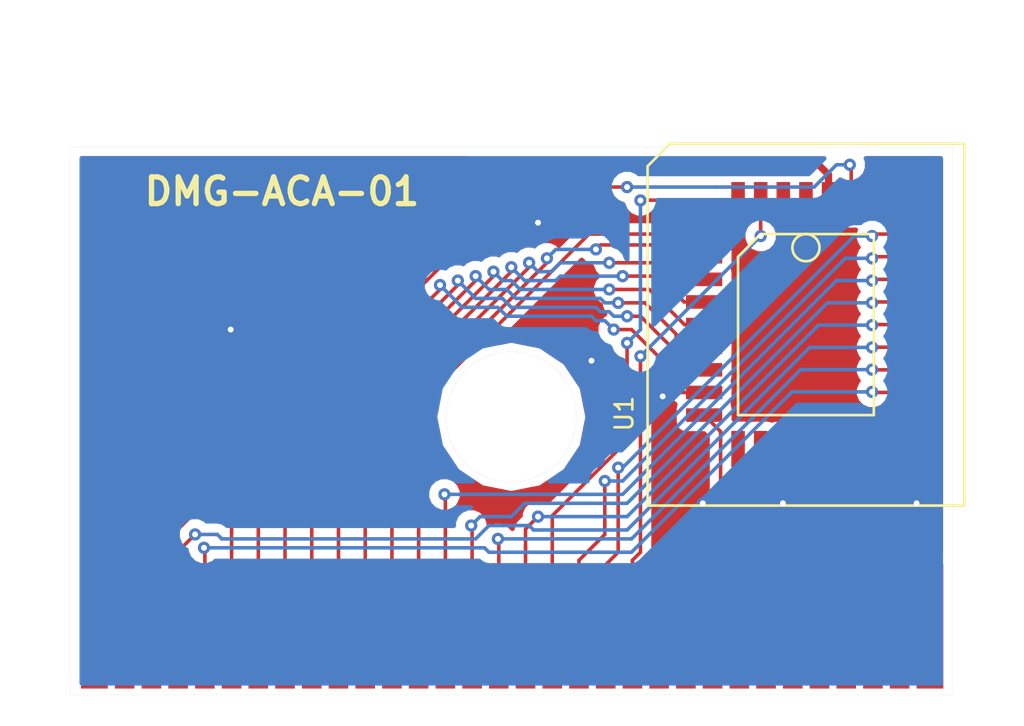
<source format=kicad_pcb>
(kicad_pcb (version 4) (host pcbnew 4.0.4+e1-6308~48~ubuntu16.04.1-stable)

  (general
    (links 30)
    (no_connects 0)
    (area 147.599999 122.75 205.500001 165.135)
    (thickness 0.8)
    (drawings 9)
    (tracks 293)
    (zones 0)
    (modules 2)
    (nets 35)
  )

  (page USLetter)
  (title_block
    (title "Basic Gameboy Flash Cartridge")
  )

  (layers
    (0 F.Cu signal)
    (31 B.Cu signal)
    (36 B.SilkS user)
    (37 F.SilkS user)
    (38 B.Mask user)
    (39 F.Mask user hide)
    (44 Edge.Cuts user)
  )

  (setup
    (last_trace_width 0.2)
    (user_trace_width 0.2)
    (user_trace_width 0.4)
    (trace_clearance 0.2)
    (zone_clearance 0.508)
    (zone_45_only no)
    (trace_min 0.1524)
    (segment_width 0.2)
    (edge_width 0.01)
    (via_size 0.6858)
    (via_drill 0.3302)
    (via_min_size 0.6858)
    (via_min_drill 0.3302)
    (uvia_size 0.762)
    (uvia_drill 0.508)
    (uvias_allowed no)
    (uvia_min_size 0)
    (uvia_min_drill 0)
    (pcb_text_width 0.3)
    (pcb_text_size 1.5 1.5)
    (mod_edge_width 0.15)
    (mod_text_size 1 1)
    (mod_text_width 0.15)
    (pad_size 1.524 1.524)
    (pad_drill 0.762)
    (pad_to_mask_clearance 0.2)
    (aux_axis_origin 0 0)
    (visible_elements FFFFFF7F)
    (pcbplotparams
      (layerselection 0x00030_80000001)
      (usegerberextensions false)
      (excludeedgelayer true)
      (linewidth 0.100000)
      (plotframeref false)
      (viasonmask false)
      (mode 1)
      (useauxorigin false)
      (hpglpennumber 1)
      (hpglpenspeed 20)
      (hpglpendiameter 15)
      (hpglpenoverlay 2)
      (psnegative false)
      (psa4output false)
      (plotreference true)
      (plotvalue true)
      (plotinvisibletext false)
      (padsonsilk false)
      (subtractmaskfromsilk false)
      (outputformat 1)
      (mirror false)
      (drillshape 1)
      (scaleselection 1)
      (outputdirectory ""))
  )

  (net 0 "")
  (net 1 "Net-(U1-Pad1)")
  (net 2 GND)
  (net 3 "Net-(P1-Pad21)")
  (net 4 "Net-(P1-Pad18)")
  (net 5 "Net-(P1-Pad13)")
  (net 6 "Net-(P1-Pad12)")
  (net 7 "Net-(P1-Pad11)")
  (net 8 "Net-(P1-Pad10)")
  (net 9 "Net-(P1-Pad9)")
  (net 10 "Net-(P1-Pad8)")
  (net 11 "Net-(P1-Pad7)")
  (net 12 "Net-(P1-Pad6)")
  (net 13 "Net-(P1-Pad22)")
  (net 14 "Net-(P1-Pad23)")
  (net 15 "Net-(P1-Pad24)")
  (net 16 "Net-(P1-Pad25)")
  (net 17 "Net-(P1-Pad26)")
  (net 18 "Net-(P1-Pad27)")
  (net 19 "Net-(P1-Pad28)")
  (net 20 "Net-(P1-Pad29)")
  (net 21 "Net-(P1-Pad5)")
  (net 22 "Net-(P1-Pad16)")
  (net 23 "Net-(P1-Pad4)")
  (net 24 "Net-(P1-Pad17)")
  (net 25 "Net-(P1-Pad15)")
  (net 26 "Net-(P1-Pad14)")
  (net 27 "Net-(P1-Pad19)")
  (net 28 "Net-(P1-Pad20)")
  (net 29 "Net-(U1-Pad30)")
  (net 30 "Net-(P1-Pad3)")
  (net 31 VCC)
  (net 32 "Net-(P1-Pad2)")
  (net 33 "Net-(P1-Pad30)")
  (net 34 "Net-(P1-Pad31)")

  (net_class Default "This is the default net class."
    (clearance 0.2)
    (trace_width 0.2)
    (via_dia 0.6858)
    (via_drill 0.3302)
    (uvia_dia 0.762)
    (uvia_drill 0.508)
    (add_net GND)
    (add_net "Net-(P1-Pad10)")
    (add_net "Net-(P1-Pad11)")
    (add_net "Net-(P1-Pad12)")
    (add_net "Net-(P1-Pad13)")
    (add_net "Net-(P1-Pad14)")
    (add_net "Net-(P1-Pad15)")
    (add_net "Net-(P1-Pad16)")
    (add_net "Net-(P1-Pad17)")
    (add_net "Net-(P1-Pad18)")
    (add_net "Net-(P1-Pad19)")
    (add_net "Net-(P1-Pad2)")
    (add_net "Net-(P1-Pad20)")
    (add_net "Net-(P1-Pad21)")
    (add_net "Net-(P1-Pad22)")
    (add_net "Net-(P1-Pad23)")
    (add_net "Net-(P1-Pad24)")
    (add_net "Net-(P1-Pad25)")
    (add_net "Net-(P1-Pad26)")
    (add_net "Net-(P1-Pad27)")
    (add_net "Net-(P1-Pad28)")
    (add_net "Net-(P1-Pad29)")
    (add_net "Net-(P1-Pad3)")
    (add_net "Net-(P1-Pad30)")
    (add_net "Net-(P1-Pad31)")
    (add_net "Net-(P1-Pad4)")
    (add_net "Net-(P1-Pad5)")
    (add_net "Net-(P1-Pad6)")
    (add_net "Net-(P1-Pad7)")
    (add_net "Net-(P1-Pad8)")
    (add_net "Net-(P1-Pad9)")
    (add_net "Net-(U1-Pad1)")
    (add_net "Net-(U1-Pad30)")
    (add_net VCC)
  )

  (module SMD_Packages:PLCC-32 (layer F.Cu) (tedit 583CF8D4) (tstamp 583CC09B)
    (at 193.04 140.97)
    (descr "Support CMS Plcc 32 pins")
    (tags "CMS Plcc")
    (path /583CAA1B)
    (attr smd)
    (fp_text reference U1 (at -10.2 5 90) (layer F.SilkS)
      (effects (font (size 1 1) (thickness 0.15)))
    )
    (fp_text value SST39SF010 (at 10.3 -5.75 90) (layer F.Fab)
      (effects (font (size 1 1) (thickness 0.15)))
    )
    (fp_circle (center 0 -4.318) (end 0 -5.08) (layer F.SilkS) (width 0.15))
    (fp_line (start 3.81 -5.08) (end -2.54 -5.08) (layer F.SilkS) (width 0.15))
    (fp_line (start -2.54 -5.08) (end -3.81 -3.81) (layer F.SilkS) (width 0.15))
    (fp_line (start -3.81 -3.81) (end -3.81 5.08) (layer F.SilkS) (width 0.15))
    (fp_line (start -3.81 5.08) (end 3.81 5.08) (layer F.SilkS) (width 0.15))
    (fp_line (start 3.81 5.08) (end 3.81 -5.08) (layer F.SilkS) (width 0.15))
    (fp_line (start 8.89 -6.985) (end 8.89 10.16) (layer F.SilkS) (width 0.15))
    (fp_line (start 8.89 10.16) (end -8.89 10.16) (layer F.SilkS) (width 0.15))
    (fp_line (start -8.89 10.16) (end -8.89 -8.89) (layer F.SilkS) (width 0.15))
    (fp_line (start -8.89 -8.89) (end -7.62 -10.16) (layer F.SilkS) (width 0.15))
    (fp_line (start -7.62 -10.16) (end 8.89 -10.16) (layer F.SilkS) (width 0.15))
    (fp_line (start 8.89 -10.16) (end 8.89 -6.985) (layer F.SilkS) (width 0.15))
    (pad 1 smd rect (at 0 -6.985) (size 0.762 2.032) (layers F.Cu F.Mask)
      (net 1 "Net-(U1-Pad1)"))
    (pad 2 smd rect (at -1.27 -6.985) (size 0.762 2.032) (layers F.Cu F.Mask)
      (net 2 GND))
    (pad 3 smd rect (at -2.54 -6.985) (size 0.762 2.032) (layers F.Cu F.Mask)
      (net 3 "Net-(P1-Pad21)"))
    (pad 4 smd rect (at -3.81 -6.985) (size 0.762 2.032) (layers F.Cu F.Mask)
      (net 4 "Net-(P1-Pad18)"))
    (pad 5 smd rect (at -5.715 -5.08) (size 2.032 0.762) (layers F.Cu F.Mask)
      (net 5 "Net-(P1-Pad13)"))
    (pad 6 smd rect (at -5.715 -3.81) (size 2.032 0.762) (layers F.Cu F.Mask)
      (net 6 "Net-(P1-Pad12)"))
    (pad 7 smd rect (at -5.715 -2.54) (size 2.032 0.762) (layers F.Cu F.Mask)
      (net 7 "Net-(P1-Pad11)"))
    (pad 8 smd rect (at -5.715 -1.27) (size 2.032 0.762) (layers F.Cu F.Mask)
      (net 8 "Net-(P1-Pad10)"))
    (pad 9 smd rect (at -5.715 0) (size 2.032 0.762) (layers F.Cu F.Mask)
      (net 9 "Net-(P1-Pad9)"))
    (pad 10 smd rect (at -5.715 1.27) (size 2.032 0.762) (layers F.Cu F.Mask)
      (net 10 "Net-(P1-Pad8)"))
    (pad 11 smd rect (at -5.715 2.54) (size 2.032 0.762) (layers F.Cu F.Mask)
      (net 11 "Net-(P1-Pad7)"))
    (pad 12 smd rect (at -5.715 3.81) (size 2.032 0.762) (layers F.Cu F.Mask)
      (net 12 "Net-(P1-Pad6)"))
    (pad 13 smd rect (at -5.715 5.08) (size 2.032 0.762) (layers F.Cu F.Mask)
      (net 13 "Net-(P1-Pad22)"))
    (pad 14 smd rect (at -3.81 6.985) (size 0.762 2.032) (layers F.Cu F.Mask)
      (net 14 "Net-(P1-Pad23)"))
    (pad 15 smd rect (at -2.54 6.985) (size 0.762 2.032) (layers F.Cu F.Mask)
      (net 15 "Net-(P1-Pad24)"))
    (pad 16 smd rect (at -1.27 6.985) (size 0.762 2.032) (layers F.Cu F.Mask)
      (net 2 GND))
    (pad 17 smd rect (at 0 6.985) (size 0.762 2.032) (layers F.Cu F.Mask)
      (net 16 "Net-(P1-Pad25)"))
    (pad 18 smd rect (at 1.27 6.985) (size 0.762 2.032) (layers F.Cu F.Mask)
      (net 17 "Net-(P1-Pad26)"))
    (pad 19 smd rect (at 2.54 6.985) (size 0.762 2.032) (layers F.Cu F.Mask)
      (net 18 "Net-(P1-Pad27)"))
    (pad 20 smd rect (at 3.81 6.985) (size 0.762 2.032) (layers F.Cu F.Mask)
      (net 19 "Net-(P1-Pad28)"))
    (pad 21 smd rect (at 5.715 5.08) (size 2.032 0.762) (layers F.Cu F.Mask)
      (net 20 "Net-(P1-Pad29)"))
    (pad 22 smd rect (at 5.715 3.81) (size 2.032 0.762) (layers F.Cu F.Mask)
      (net 21 "Net-(P1-Pad5)"))
    (pad 23 smd rect (at 5.715 2.54) (size 2.032 0.762) (layers F.Cu F.Mask)
      (net 22 "Net-(P1-Pad16)"))
    (pad 24 smd rect (at 5.715 1.27) (size 2.032 0.762) (layers F.Cu F.Mask)
      (net 23 "Net-(P1-Pad4)"))
    (pad 25 smd rect (at 5.715 0) (size 2.032 0.762) (layers F.Cu F.Mask)
      (net 24 "Net-(P1-Pad17)"))
    (pad 26 smd rect (at 5.715 -1.27) (size 2.032 0.762) (layers F.Cu F.Mask)
      (net 25 "Net-(P1-Pad15)"))
    (pad 27 smd rect (at 5.715 -2.54) (size 2.032 0.762) (layers F.Cu F.Mask)
      (net 26 "Net-(P1-Pad14)"))
    (pad 28 smd rect (at 5.715 -3.81) (size 2.032 0.762) (layers F.Cu F.Mask)
      (net 27 "Net-(P1-Pad19)"))
    (pad 29 smd rect (at 5.715 -5.08) (size 2.032 0.762) (layers F.Cu F.Mask)
      (net 28 "Net-(P1-Pad20)"))
    (pad 30 smd rect (at 3.81 -6.985) (size 0.762 2.032) (layers F.Cu F.Mask)
      (net 29 "Net-(U1-Pad30)"))
    (pad 31 smd rect (at 2.54 -6.985) (size 0.762 2.032) (layers F.Cu F.Mask)
      (net 30 "Net-(P1-Pad3)"))
    (pad 32 smd rect (at 1.27 -6.985) (size 0.762 2.032) (layers F.Cu F.Mask)
      (net 31 VCC))
  )

  (module edge_connectors:GamePak_32 (layer F.Cu) (tedit 583DE7F5) (tstamp 583CD179)
    (at 176.55 157.9)
    (path /583CAB62)
    (fp_text reference P1 (at 0 -4.65) (layer F.SilkS) hide
      (effects (font (size 1.2 1.2) (thickness 0.15)))
    )
    (fp_text value CONN_01X32 (at 0 6) (layer F.Fab) hide
      (effects (font (size 1.2 1.2) (thickness 0.15)))
    )
    (fp_line (start -25 0.5) (end 25 0.5) (layer F.Mask) (width 7.5))
    (pad 1 connect rect (at -23.45 0) (size 1.5 7) (layers F.Cu)
      (net 31 VCC))
    (pad 2 connect rect (at -21.75 0) (size 1.1 7) (layers F.Cu)
      (net 32 "Net-(P1-Pad2)"))
    (pad 3 connect rect (at -20.25 0) (size 1.1 7) (layers F.Cu)
      (net 30 "Net-(P1-Pad3)"))
    (pad 4 connect rect (at -18.75 0) (size 1.1 7) (layers F.Cu)
      (net 23 "Net-(P1-Pad4)"))
    (pad 5 connect rect (at -17.25 0) (size 1.1 7) (layers F.Cu)
      (net 21 "Net-(P1-Pad5)"))
    (pad 6 connect rect (at -15.75 0) (size 1.1 7) (layers F.Cu)
      (net 12 "Net-(P1-Pad6)"))
    (pad 7 connect rect (at -14.25 0) (size 1.1 7) (layers F.Cu)
      (net 11 "Net-(P1-Pad7)"))
    (pad 8 connect rect (at -12.75 0) (size 1.1 7) (layers F.Cu)
      (net 10 "Net-(P1-Pad8)"))
    (pad 9 connect rect (at -11.25 0) (size 1.1 7) (layers F.Cu)
      (net 9 "Net-(P1-Pad9)"))
    (pad 10 connect rect (at -9.75 0) (size 1.1 7) (layers F.Cu)
      (net 8 "Net-(P1-Pad10)"))
    (pad 11 connect rect (at -8.25 0) (size 1.1 7) (layers F.Cu)
      (net 7 "Net-(P1-Pad11)"))
    (pad 12 connect rect (at -6.75 0) (size 1.1 7) (layers F.Cu)
      (net 6 "Net-(P1-Pad12)"))
    (pad 13 connect rect (at -5.25 0) (size 1.1 7) (layers F.Cu)
      (net 5 "Net-(P1-Pad13)"))
    (pad 14 connect rect (at -3.75 0) (size 1.1 7) (layers F.Cu)
      (net 26 "Net-(P1-Pad14)"))
    (pad 15 connect rect (at -2.25 0) (size 1.1 7) (layers F.Cu)
      (net 25 "Net-(P1-Pad15)"))
    (pad 16 connect rect (at -0.75 0) (size 1.1 7) (layers F.Cu)
      (net 22 "Net-(P1-Pad16)"))
    (pad 17 connect rect (at 0.75 0) (size 1.1 7) (layers F.Cu)
      (net 24 "Net-(P1-Pad17)"))
    (pad 18 connect rect (at 2.25 0) (size 1.1 7) (layers F.Cu)
      (net 4 "Net-(P1-Pad18)"))
    (pad 19 connect rect (at 3.75 0) (size 1.1 7) (layers F.Cu)
      (net 27 "Net-(P1-Pad19)"))
    (pad 20 connect rect (at 5.25 0) (size 1.1 7) (layers F.Cu)
      (net 28 "Net-(P1-Pad20)"))
    (pad 21 connect rect (at 6.75 0) (size 1.1 7) (layers F.Cu)
      (net 3 "Net-(P1-Pad21)"))
    (pad 22 connect rect (at 8.25 0) (size 1.1 7) (layers F.Cu)
      (net 13 "Net-(P1-Pad22)"))
    (pad 23 connect rect (at 9.75 0) (size 1.1 7) (layers F.Cu)
      (net 14 "Net-(P1-Pad23)"))
    (pad 24 connect rect (at 11.25 0) (size 1.1 7) (layers F.Cu)
      (net 15 "Net-(P1-Pad24)"))
    (pad 25 connect rect (at 12.75 0) (size 1.1 7) (layers F.Cu)
      (net 16 "Net-(P1-Pad25)"))
    (pad 26 connect rect (at 14.25 0) (size 1.1 7) (layers F.Cu)
      (net 17 "Net-(P1-Pad26)"))
    (pad 27 connect rect (at 15.75 0) (size 1.1 7) (layers F.Cu)
      (net 18 "Net-(P1-Pad27)"))
    (pad 28 connect rect (at 17.25 0) (size 1.1 7) (layers F.Cu)
      (net 19 "Net-(P1-Pad28)"))
    (pad 29 connect rect (at 18.75 0) (size 1.1 7) (layers F.Cu)
      (net 20 "Net-(P1-Pad29)"))
    (pad 30 connect rect (at 20.25 0) (size 1.1 7) (layers F.Cu)
      (net 33 "Net-(P1-Pad30)"))
    (pad 31 connect rect (at 21.75 0) (size 1.1 7) (layers F.Cu)
      (net 34 "Net-(P1-Pad31)"))
    (pad 32 connect rect (at 23.45 0) (size 1.5 7) (layers F.Cu)
      (net 2 GND))
  )

  (gr_text DMG-ACA-01 (at 155.75 133.5) (layer F.SilkS)
    (effects (font (size 1.5 1.5) (thickness 0.3)) (justify left))
  )
  (gr_circle (center 176.5 146.15) (end 180.15 146.15) (layer Edge.Cuts) (width 0.01))
  (gr_line (start 151.75 153) (end 151.75 131) (angle 90) (layer Edge.Cuts) (width 0.01))
  (gr_line (start 151.75 161.75) (end 151.75 153) (angle 90) (layer Edge.Cuts) (width 0.01))
  (gr_line (start 201.25 161.75) (end 151.75 161.75) (angle 90) (layer Edge.Cuts) (width 0.01))
  (gr_line (start 201.25 153) (end 201.25 161.75) (angle 90) (layer Edge.Cuts) (width 0.01))
  (gr_line (start 201.25 131) (end 201.25 153) (angle 90) (layer Edge.Cuts) (width 0.01))
  (gr_line (start 197.5 131) (end 201.25 131) (angle 90) (layer Edge.Cuts) (width 0.01))
  (gr_line (start 151.75 131) (end 197.5 131) (angle 90) (layer Edge.Cuts) (width 0.01))

  (segment (start 160.75 141.25) (end 166.25 135.75) (width 0.2) (layer B.Cu) (net 2))
  (segment (start 180.75 143) (end 179 141.25) (width 0.2) (layer B.Cu) (net 2) (tstamp 583E03CC))
  (segment (start 179 141.25) (end 160.75 141.25) (width 0.2) (layer B.Cu) (net 2) (tstamp 583E03D3))
  (via (at 160.75 141.25) (size 0.6858) (drill 0.3302) (layers F.Cu B.Cu) (net 2))
  (segment (start 185 145) (end 182.75 145) (width 0.2) (layer B.Cu) (net 2))
  (segment (start 185 148.75) (end 185 145) (width 0.2) (layer F.Cu) (net 2) (tstamp 583E0384))
  (via (at 185 145) (size 0.6858) (drill 0.3302) (layers F.Cu B.Cu) (net 2))
  (segment (start 191.75 151) (end 187.25 151) (width 0.2) (layer B.Cu) (net 2))
  (via (at 187.25 151) (size 0.6858) (drill 0.3302) (layers F.Cu B.Cu) (net 2))
  (segment (start 187.25 151) (end 185 148.75) (width 0.2) (layer F.Cu) (net 2))
  (via (at 181 143) (size 0.6858) (drill 0.3302) (layers F.Cu B.Cu) (net 2))
  (segment (start 181 143.25) (end 181 143) (width 0.2) (layer B.Cu) (net 2) (tstamp 583E03B2))
  (segment (start 182.75 145) (end 181 143.25) (width 0.2) (layer B.Cu) (net 2) (tstamp 583E03B0))
  (segment (start 181 143) (end 180.75 143) (width 0.2) (layer B.Cu) (net 2))
  (via (at 178 135.25) (size 0.6858) (drill 0.3302) (layers F.Cu B.Cu) (net 2))
  (segment (start 177.5 135.75) (end 178 135.25) (width 0.2) (layer B.Cu) (net 2) (tstamp 583E0406))
  (segment (start 166.25 135.75) (end 177.5 135.75) (width 0.2) (layer B.Cu) (net 2) (tstamp 583E0401))
  (segment (start 200 157.9) (end 200 151.75) (width 0.2) (layer F.Cu) (net 2))
  (segment (start 191.77 150.98) (end 191.77 133.985) (width 0.2) (layer F.Cu) (net 2) (tstamp 583E016B))
  (segment (start 191.75 151) (end 191.77 150.98) (width 0.2) (layer F.Cu) (net 2) (tstamp 583E016A))
  (via (at 191.75 151) (size 0.6858) (drill 0.3302) (layers F.Cu B.Cu) (net 2))
  (segment (start 199.25 151) (end 191.75 151) (width 0.2) (layer B.Cu) (net 2) (tstamp 583E015F))
  (via (at 199.25 151) (size 0.6858) (drill 0.3302) (layers F.Cu B.Cu) (net 2))
  (segment (start 200 151.75) (end 199.25 151) (width 0.2) (layer F.Cu) (net 2) (tstamp 583E0156))
  (segment (start 183.3 157.9) (end 183.3 154.2) (width 0.2) (layer F.Cu) (net 3))
  (segment (start 190.5 136) (end 190.5 133.985) (width 0.2) (layer F.Cu) (net 3) (tstamp 583DFD04))
  (via (at 190.5 136) (size 0.6858) (drill 0.3302) (layers F.Cu B.Cu) (net 3))
  (segment (start 183.75 142.75) (end 190.5 136) (width 0.2) (layer B.Cu) (net 3) (tstamp 583DFCF7))
  (via (at 183.75 142.75) (size 0.6858) (drill 0.3302) (layers F.Cu B.Cu) (net 3))
  (segment (start 183.75 153.75) (end 183.75 142.75) (width 0.2) (layer F.Cu) (net 3) (tstamp 583DFCF0))
  (segment (start 183.3 154.2) (end 183.75 153.75) (width 0.2) (layer F.Cu) (net 3) (tstamp 583DFCE7))
  (segment (start 178.8 157.9) (end 178.8 151.7) (width 0.2) (layer F.Cu) (net 4))
  (segment (start 183.765 133.985) (end 189.23 133.985) (width 0.2) (layer F.Cu) (net 4) (tstamp 583DFCDC))
  (segment (start 183.75 134) (end 183.765 133.985) (width 0.2) (layer F.Cu) (net 4) (tstamp 583DFCDB))
  (via (at 183.75 134) (size 0.6858) (drill 0.3302) (layers F.Cu B.Cu) (net 4))
  (segment (start 183.75 141.25) (end 183.75 134) (width 0.2) (layer B.Cu) (net 4) (tstamp 583DFCC5))
  (segment (start 183 142) (end 183.75 141.25) (width 0.2) (layer B.Cu) (net 4) (tstamp 583DFCC4))
  (via (at 183 142) (size 0.6858) (drill 0.3302) (layers F.Cu B.Cu) (net 4))
  (segment (start 183 147.5) (end 183 142) (width 0.2) (layer F.Cu) (net 4) (tstamp 583DFCBB))
  (segment (start 178.8 151.7) (end 183 147.5) (width 0.2) (layer F.Cu) (net 4) (tstamp 583DFCAE))
  (segment (start 171.3 157.9) (end 171.3 145.45) (width 0.2) (layer F.Cu) (net 5))
  (segment (start 180.86 135.89) (end 187.325 135.89) (width 0.2) (layer F.Cu) (net 5) (tstamp 583DF92A))
  (segment (start 171.3 145.45) (end 180.86 135.89) (width 0.2) (layer F.Cu) (net 5) (tstamp 583DF91C))
  (segment (start 187.205 135.77) (end 187.325 135.89) (width 0.2) (layer F.Cu) (net 5) (tstamp 583CD98F) (status 30))
  (segment (start 169.8 157.9) (end 169.8 146.2) (width 0.2) (layer F.Cu) (net 6))
  (segment (start 186.16 137.16) (end 187.325 137.16) (width 0.2) (layer F.Cu) (net 6) (tstamp 583DF985))
  (segment (start 185.5 136.5) (end 186.16 137.16) (width 0.2) (layer F.Cu) (net 6) (tstamp 583DF97C))
  (segment (start 181.5 136.5) (end 185.5 136.5) (width 0.2) (layer F.Cu) (net 6) (tstamp 583DF974))
  (segment (start 181.25 136.75) (end 181.5 136.5) (width 0.2) (layer F.Cu) (net 6) (tstamp 583DF973))
  (via (at 181.25 136.75) (size 0.6858) (drill 0.3302) (layers F.Cu B.Cu) (net 6))
  (segment (start 179 136.75) (end 181.25 136.75) (width 0.2) (layer B.Cu) (net 6) (tstamp 583DF95E))
  (segment (start 178.5 137.25) (end 179 136.75) (width 0.2) (layer B.Cu) (net 6) (tstamp 583DF95D))
  (via (at 178.5 137.25) (size 0.6858) (drill 0.3302) (layers F.Cu B.Cu) (net 6))
  (segment (start 178.5 137.5) (end 178.5 137.25) (width 0.2) (layer F.Cu) (net 6) (tstamp 583DF958))
  (segment (start 169.8 146.2) (end 178.5 137.5) (width 0.2) (layer F.Cu) (net 6) (tstamp 583DF933))
  (segment (start 187.325 138.43) (end 186.18 138.43) (width 0.2) (layer F.Cu) (net 7))
  (segment (start 168.3 146.95) (end 177.5 137.75) (width 0.2) (layer F.Cu) (net 7) (tstamp 583DF98F))
  (segment (start 177.5 137.75) (end 177.5 137.5) (width 0.2) (layer F.Cu) (net 7) (tstamp 583DF9B1))
  (via (at 177.5 137.5) (size 0.6858) (drill 0.3302) (layers F.Cu B.Cu) (net 7))
  (segment (start 177.5 137.5) (end 178 138) (width 0.2) (layer B.Cu) (net 7) (tstamp 583DF9B9))
  (segment (start 178 138) (end 178.75 138) (width 0.2) (layer B.Cu) (net 7) (tstamp 583DF9BA))
  (segment (start 178.75 138) (end 179.25 137.5) (width 0.2) (layer B.Cu) (net 7) (tstamp 583DF9C0))
  (segment (start 179.25 137.5) (end 182 137.5) (width 0.2) (layer B.Cu) (net 7) (tstamp 583DF9C6))
  (via (at 182 137.5) (size 0.6858) (drill 0.3302) (layers F.Cu B.Cu) (net 7))
  (segment (start 182 137.5) (end 185.25 137.5) (width 0.2) (layer F.Cu) (net 7) (tstamp 583DF9D1))
  (segment (start 185.25 137.5) (end 186.18 138.43) (width 0.2) (layer F.Cu) (net 7) (tstamp 583DF9D2))
  (segment (start 168.3 146.95) (end 168.3 157.9) (width 0.2) (layer F.Cu) (net 7))
  (segment (start 186.43 138.43) (end 187.325 138.43) (width 0.2) (layer F.Cu) (net 7) (tstamp 583DF9D7))
  (segment (start 166.8 157.9) (end 166.8 147.7) (width 0.2) (layer F.Cu) (net 8))
  (segment (start 184.75 138.25) (end 186.2 139.7) (width 0.2) (layer F.Cu) (net 8) (tstamp 583DFA1E))
  (segment (start 182.75 138.25) (end 184.75 138.25) (width 0.2) (layer F.Cu) (net 8) (tstamp 583DFA1D))
  (via (at 182.75 138.25) (size 0.6858) (drill 0.3302) (layers F.Cu B.Cu) (net 8))
  (segment (start 179.25 138.25) (end 182.75 138.25) (width 0.2) (layer B.Cu) (net 8) (tstamp 583DFA0D))
  (segment (start 179 138.5) (end 179.25 138.25) (width 0.2) (layer B.Cu) (net 8) (tstamp 583DFA0B))
  (segment (start 177.25 138.5) (end 179 138.5) (width 0.2) (layer B.Cu) (net 8) (tstamp 583DFA06))
  (segment (start 176.5 137.75) (end 177.25 138.5) (width 0.2) (layer B.Cu) (net 8) (tstamp 583DFA05))
  (via (at 176.5 137.75) (size 0.6858) (drill 0.3302) (layers F.Cu B.Cu) (net 8))
  (segment (start 176.5 138) (end 176.5 137.75) (width 0.2) (layer F.Cu) (net 8) (tstamp 583DFA01))
  (segment (start 166.8 147.7) (end 176.5 138) (width 0.2) (layer F.Cu) (net 8) (tstamp 583DF9F9))
  (segment (start 186.2 139.7) (end 187.325 139.7) (width 0.2) (layer F.Cu) (net 8) (tstamp 583DFA22))
  (segment (start 165.3 157.9) (end 165.3 148.45) (width 0.2) (layer F.Cu) (net 9))
  (segment (start 186.22 140.97) (end 187.325 140.97) (width 0.2) (layer F.Cu) (net 9) (tstamp 583DFA8A))
  (segment (start 184.25 139) (end 186.22 140.97) (width 0.2) (layer F.Cu) (net 9) (tstamp 583DFA84))
  (segment (start 182 139) (end 184.25 139) (width 0.2) (layer F.Cu) (net 9) (tstamp 583DFA7D))
  (segment (start 182 139) (end 182 139) (width 0.2) (layer F.Cu) (net 9) (tstamp 583DFA7C))
  (via (at 182 139) (size 0.6858) (drill 0.3302) (layers F.Cu B.Cu) (net 9))
  (segment (start 177 139) (end 182 139) (width 0.2) (layer B.Cu) (net 9) (tstamp 583DFA60))
  (segment (start 176.5 138.5) (end 177 139) (width 0.2) (layer B.Cu) (net 9) (tstamp 583DFA5D))
  (segment (start 176 138.5) (end 176.5 138.5) (width 0.2) (layer B.Cu) (net 9) (tstamp 583DFA59))
  (segment (start 175.5 138) (end 176 138.5) (width 0.2) (layer B.Cu) (net 9) (tstamp 583DFA58))
  (via (at 175.5 138) (size 0.6858) (drill 0.3302) (layers F.Cu B.Cu) (net 9))
  (segment (start 175.5 138.25) (end 175.5 138) (width 0.2) (layer F.Cu) (net 9) (tstamp 583DFA55))
  (segment (start 165.3 148.45) (end 175.5 138.25) (width 0.2) (layer F.Cu) (net 9) (tstamp 583DFA48))
  (segment (start 163.8 157.9) (end 163.8 149.2) (width 0.2) (layer F.Cu) (net 10))
  (segment (start 186.24 142.24) (end 187.325 142.24) (width 0.2) (layer F.Cu) (net 10) (tstamp 583DFAEA))
  (segment (start 185.75 141.75) (end 186.24 142.24) (width 0.2) (layer F.Cu) (net 10) (tstamp 583DFAE6))
  (segment (start 185.75 141.5) (end 185.75 141.75) (width 0.2) (layer F.Cu) (net 10) (tstamp 583DFAE1))
  (segment (start 184 139.75) (end 185.75 141.5) (width 0.2) (layer F.Cu) (net 10) (tstamp 583DFAD7))
  (segment (start 182.5 139.75) (end 184 139.75) (width 0.2) (layer F.Cu) (net 10) (tstamp 583DFAD6))
  (via (at 182.5 139.75) (size 0.6858) (drill 0.3302) (layers F.Cu B.Cu) (net 10))
  (segment (start 181.75 139.75) (end 182.5 139.75) (width 0.2) (layer B.Cu) (net 10) (tstamp 583DFAD1))
  (segment (start 181.5 139.5) (end 181.75 139.75) (width 0.2) (layer B.Cu) (net 10) (tstamp 583DFACD))
  (segment (start 176.75 139.5) (end 181.5 139.5) (width 0.2) (layer B.Cu) (net 10) (tstamp 583DFAC4))
  (segment (start 176.25 139) (end 176.75 139.5) (width 0.2) (layer B.Cu) (net 10) (tstamp 583DFAC2))
  (segment (start 175.25 139) (end 176.25 139) (width 0.2) (layer B.Cu) (net 10) (tstamp 583DFABF))
  (segment (start 174.5 138.25) (end 175.25 139) (width 0.2) (layer B.Cu) (net 10) (tstamp 583DFABE))
  (via (at 174.5 138.25) (size 0.6858) (drill 0.3302) (layers F.Cu B.Cu) (net 10))
  (segment (start 174.5 138.5) (end 174.5 138.25) (width 0.2) (layer F.Cu) (net 10) (tstamp 583DFABA))
  (segment (start 163.8 149.2) (end 174.5 138.5) (width 0.2) (layer F.Cu) (net 10) (tstamp 583DFAAF))
  (segment (start 187.325 142.24) (end 186.36 142.24) (width 0.2) (layer F.Cu) (net 10) (status 30))
  (segment (start 162.3 157.9) (end 162.3 149.95) (width 0.2) (layer F.Cu) (net 11))
  (segment (start 186.26 143.51) (end 187.325 143.51) (width 0.2) (layer F.Cu) (net 11) (tstamp 583DFB58))
  (segment (start 185.75 143) (end 186.26 143.51) (width 0.2) (layer F.Cu) (net 11) (tstamp 583DFB55))
  (segment (start 185.75 142.5) (end 185.75 143) (width 0.2) (layer F.Cu) (net 11) (tstamp 583DFB4C))
  (segment (start 183.75 140.5) (end 185.75 142.5) (width 0.2) (layer F.Cu) (net 11) (tstamp 583DFB47))
  (segment (start 183 140.5) (end 183.75 140.5) (width 0.2) (layer F.Cu) (net 11) (tstamp 583DFB46))
  (via (at 183 140.5) (size 0.6858) (drill 0.3302) (layers F.Cu B.Cu) (net 11))
  (segment (start 182.25 140.5) (end 183 140.5) (width 0.2) (layer B.Cu) (net 11) (tstamp 583DFB42))
  (segment (start 182 140.25) (end 182.25 140.5) (width 0.2) (layer B.Cu) (net 11) (tstamp 583DFB3F))
  (segment (start 181.5 140.25) (end 182 140.25) (width 0.2) (layer B.Cu) (net 11) (tstamp 583DFB38))
  (segment (start 181.25 140) (end 181.5 140.25) (width 0.2) (layer B.Cu) (net 11) (tstamp 583DFB36))
  (segment (start 176.5 140) (end 181.25 140) (width 0.2) (layer B.Cu) (net 11) (tstamp 583DFB2F))
  (segment (start 176 139.5) (end 176.5 140) (width 0.2) (layer B.Cu) (net 11) (tstamp 583DFB2E))
  (segment (start 174.5 139.5) (end 176 139.5) (width 0.2) (layer B.Cu) (net 11) (tstamp 583DFB26))
  (segment (start 173.5 138.5) (end 174.5 139.5) (width 0.2) (layer B.Cu) (net 11) (tstamp 583DFB25))
  (via (at 173.5 138.5) (size 0.6858) (drill 0.3302) (layers F.Cu B.Cu) (net 11))
  (segment (start 173.5 138.75) (end 173.5 138.5) (width 0.2) (layer F.Cu) (net 11) (tstamp 583DFB23))
  (segment (start 162.3 149.95) (end 173.5 138.75) (width 0.2) (layer F.Cu) (net 11) (tstamp 583DFB1C))
  (segment (start 187.285 143.47) (end 187.325 143.51) (width 0.2) (layer F.Cu) (net 11) (tstamp 583CDB17) (status 30))
  (segment (start 160.8 157.9) (end 160.8 150.7) (width 0.2) (layer F.Cu) (net 12))
  (segment (start 186.03 144.78) (end 187.325 144.78) (width 0.2) (layer F.Cu) (net 12) (tstamp 583DFB99))
  (segment (start 185.75 144.5) (end 186.03 144.78) (width 0.2) (layer F.Cu) (net 12) (tstamp 583DFB97))
  (segment (start 185.75 143.75) (end 185.75 144.5) (width 0.2) (layer F.Cu) (net 12) (tstamp 583DFB93))
  (segment (start 183.25 141.25) (end 185.75 143.75) (width 0.2) (layer F.Cu) (net 12) (tstamp 583DFB8C))
  (segment (start 182.25 141.25) (end 183.25 141.25) (width 0.2) (layer F.Cu) (net 12) (tstamp 583DFB8B))
  (via (at 182.25 141.25) (size 0.6858) (drill 0.3302) (layers F.Cu B.Cu) (net 12))
  (segment (start 181.75 140.75) (end 182.25 141.25) (width 0.2) (layer B.Cu) (net 12) (tstamp 583DFB81))
  (segment (start 181.25 140.75) (end 181.75 140.75) (width 0.2) (layer B.Cu) (net 12) (tstamp 583DFB7F))
  (segment (start 181 140.5) (end 181.25 140.75) (width 0.2) (layer B.Cu) (net 12) (tstamp 583DFB7E))
  (segment (start 176.25 140.5) (end 181 140.5) (width 0.2) (layer B.Cu) (net 12) (tstamp 583DFB7B))
  (segment (start 175.75 140) (end 176.25 140.5) (width 0.2) (layer B.Cu) (net 12) (tstamp 583DFB78))
  (segment (start 173.75 140) (end 175.75 140) (width 0.2) (layer B.Cu) (net 12) (tstamp 583DFB76))
  (segment (start 172.5 138.75) (end 173.75 140) (width 0.2) (layer B.Cu) (net 12) (tstamp 583DFB75))
  (via (at 172.5 138.75) (size 0.6858) (drill 0.3302) (layers F.Cu B.Cu) (net 12))
  (segment (start 172.5 139) (end 172.5 138.75) (width 0.2) (layer F.Cu) (net 12) (tstamp 583DFB71))
  (segment (start 160.8 150.7) (end 172.5 139) (width 0.2) (layer F.Cu) (net 12) (tstamp 583DFB6A))
  (segment (start 184.8 157.9) (end 184.8 154.7) (width 0.2) (layer F.Cu) (net 13))
  (segment (start 184.8 154.7) (end 188.25 151.25) (width 0.2) (layer F.Cu) (net 13) (tstamp 583DF7C7))
  (segment (start 188.25 151.25) (end 188.25 146.975) (width 0.2) (layer F.Cu) (net 13) (tstamp 583DF7CA))
  (segment (start 188.25 146.975) (end 187.325 146.05) (width 0.2) (layer F.Cu) (net 13) (tstamp 583DF7D2))
  (segment (start 186.3 157.9) (end 186.3 154.7) (width 0.2) (layer F.Cu) (net 14))
  (segment (start 186.3 154.7) (end 189.23 151.77) (width 0.2) (layer F.Cu) (net 14) (tstamp 583DF7BD))
  (segment (start 189.23 151.77) (end 189.23 147.955) (width 0.2) (layer F.Cu) (net 14) (tstamp 583DF7C1))
  (segment (start 187.8 157.9) (end 187.8 153.95) (width 0.2) (layer F.Cu) (net 15))
  (segment (start 190.5 149) (end 190.5 147.955) (width 0.2) (layer F.Cu) (net 15) (tstamp 583DF885))
  (segment (start 189.75 149.75) (end 190.5 149) (width 0.2) (layer F.Cu) (net 15) (tstamp 583DF87F))
  (segment (start 189.75 152) (end 189.75 149.75) (width 0.2) (layer F.Cu) (net 15) (tstamp 583DF87C))
  (segment (start 187.8 153.95) (end 189.75 152) (width 0.2) (layer F.Cu) (net 15) (tstamp 583DF879))
  (segment (start 187.8 157.9) (end 187.8 154.7) (width 0.2) (layer F.Cu) (net 15))
  (segment (start 189.3 157.9) (end 189.3 154.7) (width 0.2) (layer F.Cu) (net 16))
  (segment (start 189.3 154.7) (end 190.25 153.75) (width 0.2) (layer F.Cu) (net 16) (tstamp 583DF849))
  (segment (start 193.04 149.04) (end 193.04 147.955) (width 0.2) (layer F.Cu) (net 16) (tstamp 583DF86B))
  (segment (start 193.75 149.75) (end 193.04 149.04) (width 0.2) (layer F.Cu) (net 16) (tstamp 583DF85F))
  (segment (start 193.75 151) (end 193.75 149.75) (width 0.2) (layer F.Cu) (net 16) (tstamp 583DF859))
  (segment (start 191 153.75) (end 193.75 151) (width 0.2) (layer F.Cu) (net 16) (tstamp 583DF851))
  (segment (start 190.25 153.75) (end 191 153.75) (width 0.2) (layer F.Cu) (net 16) (tstamp 583DF84D))
  (segment (start 190.8 157.9) (end 190.8 154.7) (width 0.2) (layer F.Cu) (net 17))
  (segment (start 190.8 154.7) (end 194.31 151.19) (width 0.2) (layer F.Cu) (net 17) (tstamp 583DF79A))
  (segment (start 194.31 151.19) (end 194.31 147.955) (width 0.2) (layer F.Cu) (net 17) (tstamp 583DF79D))
  (segment (start 192.3 157.9) (end 192.3 154.7) (width 0.2) (layer F.Cu) (net 18))
  (segment (start 192.3 154.7) (end 195.58 151.42) (width 0.2) (layer F.Cu) (net 18) (tstamp 583DF790))
  (segment (start 195.58 151.42) (end 195.58 147.955) (width 0.2) (layer F.Cu) (net 18) (tstamp 583DF795))
  (segment (start 193.8 157.9) (end 193.8 154.7) (width 0.2) (layer F.Cu) (net 19))
  (segment (start 193.8 154.7) (end 196.85 151.65) (width 0.2) (layer F.Cu) (net 19) (tstamp 583DF781))
  (segment (start 196.85 151.65) (end 196.85 147.955) (width 0.2) (layer F.Cu) (net 19) (tstamp 583DF786))
  (segment (start 195.3 157.9) (end 195.3 153.95) (width 0.2) (layer F.Cu) (net 20))
  (segment (start 197.75 147.055) (end 198.755 146.05) (width 0.2) (layer F.Cu) (net 20) (tstamp 583DF81D))
  (segment (start 197.75 149.25) (end 197.75 147.055) (width 0.2) (layer F.Cu) (net 20) (tstamp 583DF818))
  (segment (start 197.5 149.5) (end 197.75 149.25) (width 0.2) (layer F.Cu) (net 20) (tstamp 583DF812))
  (segment (start 197.5 151.75) (end 197.5 149.5) (width 0.2) (layer F.Cu) (net 20) (tstamp 583DF7FC))
  (segment (start 197.25 152) (end 197.5 151.75) (width 0.2) (layer F.Cu) (net 20) (tstamp 583DF7F7))
  (segment (start 196.75 152.5) (end 197.25 152) (width 0.2) (layer F.Cu) (net 20) (tstamp 583DF7F6))
  (segment (start 195.3 153.95) (end 196.75 152.5) (width 0.2) (layer F.Cu) (net 20) (tstamp 583DF7EC))
  (segment (start 195.3 157.9) (end 195.3 154.7) (width 0.2) (layer F.Cu) (net 20))
  (segment (start 174.75 153.5) (end 175 153.5) (width 0.2) (layer B.Cu) (net 21))
  (segment (start 159.3 153.55) (end 159.25 153.5) (width 0.2) (layer F.Cu) (net 21) (tstamp 583DFE60))
  (via (at 159.25 153.5) (size 0.6858) (drill 0.3302) (layers F.Cu B.Cu) (net 21))
  (segment (start 159.25 153.5) (end 174.75 153.5) (width 0.2) (layer B.Cu) (net 21) (tstamp 583DFE64))
  (segment (start 159.3 157.9) (end 159.3 153.55) (width 0.2) (layer F.Cu) (net 21))
  (segment (start 196.78 144.78) (end 198.755 144.78) (width 0.2) (layer F.Cu) (net 21) (tstamp 583E0081))
  (segment (start 196.75 144.75) (end 196.78 144.78) (width 0.2) (layer F.Cu) (net 21) (tstamp 583E0080))
  (via (at 196.75 144.75) (size 0.6858) (drill 0.3302) (layers F.Cu B.Cu) (net 21))
  (segment (start 192.25 144.75) (end 196.75 144.75) (width 0.2) (layer B.Cu) (net 21) (tstamp 583E007C))
  (segment (start 183.25 153.75) (end 192.25 144.75) (width 0.2) (layer B.Cu) (net 21) (tstamp 583E0075))
  (segment (start 175.25 153.75) (end 183.25 153.75) (width 0.2) (layer B.Cu) (net 21) (tstamp 583E006F))
  (segment (start 175 153.5) (end 175.25 153.75) (width 0.2) (layer B.Cu) (net 21) (tstamp 583E006C))
  (segment (start 178.5 153) (end 183.25 153) (width 0.2) (layer B.Cu) (net 22))
  (segment (start 175.8 153.05) (end 175.75 153) (width 0.2) (layer F.Cu) (net 22) (tstamp 583DFE1F))
  (via (at 175.75 153) (size 0.6858) (drill 0.3302) (layers F.Cu B.Cu) (net 22))
  (segment (start 175.75 153) (end 178.5 153) (width 0.2) (layer B.Cu) (net 22) (tstamp 583DFE23))
  (segment (start 175.8 157.9) (end 175.8 153.05) (width 0.2) (layer F.Cu) (net 22))
  (segment (start 196.76 143.51) (end 198.755 143.51) (width 0.2) (layer F.Cu) (net 22) (tstamp 583E0066))
  (segment (start 196.75 143.5) (end 196.76 143.51) (width 0.2) (layer F.Cu) (net 22) (tstamp 583E0065))
  (via (at 196.75 143.5) (size 0.6858) (drill 0.3302) (layers F.Cu B.Cu) (net 22))
  (segment (start 192.75 143.5) (end 196.75 143.5) (width 0.2) (layer B.Cu) (net 22) (tstamp 583E0062))
  (segment (start 183.25 153) (end 192.75 143.5) (width 0.2) (layer B.Cu) (net 22) (tstamp 583E0059))
  (segment (start 176.75 152.25) (end 177.5 152.25) (width 0.2) (layer B.Cu) (net 23))
  (segment (start 157.8 153.7) (end 158.75 152.75) (width 0.2) (layer F.Cu) (net 23) (tstamp 583DFE8C))
  (via (at 158.75 152.75) (size 0.6858) (drill 0.3302) (layers F.Cu B.Cu) (net 23))
  (segment (start 158.75 152.75) (end 160 152.75) (width 0.2) (layer B.Cu) (net 23) (tstamp 583DFE96))
  (segment (start 160 152.75) (end 160.25 153) (width 0.2) (layer B.Cu) (net 23) (tstamp 583DFE97))
  (segment (start 160.25 153) (end 174.5 153) (width 0.2) (layer B.Cu) (net 23) (tstamp 583DFE9B))
  (segment (start 174.5 153) (end 175.25 152.25) (width 0.2) (layer B.Cu) (net 23) (tstamp 583DFEA3))
  (segment (start 175.25 152.25) (end 176.75 152.25) (width 0.2) (layer B.Cu) (net 23) (tstamp 583DFEAA))
  (segment (start 157.8 157.9) (end 157.8 153.7) (width 0.2) (layer F.Cu) (net 23))
  (segment (start 196.76 142.24) (end 198.755 142.24) (width 0.2) (layer F.Cu) (net 23) (tstamp 583E0011))
  (segment (start 196.75 142.25) (end 196.76 142.24) (width 0.2) (layer F.Cu) (net 23) (tstamp 583E0010))
  (via (at 196.75 142.25) (size 0.6858) (drill 0.3302) (layers F.Cu B.Cu) (net 23))
  (segment (start 193.25 142.25) (end 196.75 142.25) (width 0.2) (layer B.Cu) (net 23) (tstamp 583E000A))
  (segment (start 183 152.5) (end 193.25 142.25) (width 0.2) (layer B.Cu) (net 23) (tstamp 583E0002))
  (segment (start 177.75 152.5) (end 183 152.5) (width 0.2) (layer B.Cu) (net 23) (tstamp 583DFFFD))
  (segment (start 177.5 152.25) (end 177.75 152.5) (width 0.2) (layer B.Cu) (net 23) (tstamp 583DFFF9))
  (segment (start 178 151.75) (end 183 151.75) (width 0.2) (layer B.Cu) (net 24))
  (segment (start 177.3 152.45) (end 178 151.75) (width 0.2) (layer F.Cu) (net 24) (tstamp 583DFFCD))
  (via (at 178 151.75) (size 0.6858) (drill 0.3302) (layers F.Cu B.Cu) (net 24))
  (segment (start 177.3 153.5) (end 177.3 152.45) (width 0.2) (layer F.Cu) (net 24))
  (segment (start 196.78 140.97) (end 198.755 140.97) (width 0.2) (layer F.Cu) (net 24) (tstamp 583DFFEE))
  (segment (start 196.75 141) (end 196.78 140.97) (width 0.2) (layer F.Cu) (net 24) (tstamp 583DFFED))
  (via (at 196.75 141) (size 0.6858) (drill 0.3302) (layers F.Cu B.Cu) (net 24))
  (segment (start 193.75 141) (end 196.75 141) (width 0.2) (layer B.Cu) (net 24) (tstamp 583DFFE9))
  (segment (start 183 151.75) (end 193.75 141) (width 0.2) (layer B.Cu) (net 24) (tstamp 583DFFE0))
  (segment (start 177.3 157.9) (end 177.3 153.5) (width 0.2) (layer F.Cu) (net 24))
  (segment (start 177.3 153.5) (end 177.3 153.45) (width 0.2) (layer F.Cu) (net 24) (tstamp 583DFFCB))
  (segment (start 180 151) (end 183 151) (width 0.2) (layer B.Cu) (net 25))
  (segment (start 174.3 152.3) (end 174.25 152.25) (width 0.2) (layer F.Cu) (net 25) (tstamp 583DFED6))
  (via (at 174.25 152.25) (size 0.6858) (drill 0.3302) (layers F.Cu B.Cu) (net 25))
  (segment (start 174.25 152.25) (end 174.75 151.75) (width 0.2) (layer B.Cu) (net 25) (tstamp 583DFEDB))
  (segment (start 174.75 151.75) (end 176.5 151.75) (width 0.2) (layer B.Cu) (net 25) (tstamp 583DFEDC))
  (segment (start 176.5 151.75) (end 177.25 151) (width 0.2) (layer B.Cu) (net 25) (tstamp 583DFEE1))
  (segment (start 177.25 151) (end 180 151) (width 0.2) (layer B.Cu) (net 25) (tstamp 583DFEE4))
  (segment (start 174.3 157.9) (end 174.3 152.3) (width 0.2) (layer F.Cu) (net 25))
  (segment (start 196.8 139.7) (end 198.755 139.7) (width 0.2) (layer F.Cu) (net 25) (tstamp 583DFF4A))
  (segment (start 196.75 139.75) (end 196.8 139.7) (width 0.2) (layer F.Cu) (net 25) (tstamp 583DFF49))
  (via (at 196.75 139.75) (size 0.6858) (drill 0.3302) (layers F.Cu B.Cu) (net 25))
  (segment (start 194.25 139.75) (end 196.75 139.75) (width 0.2) (layer B.Cu) (net 25) (tstamp 583DFF43))
  (segment (start 183 151) (end 194.25 139.75) (width 0.2) (layer B.Cu) (net 25) (tstamp 583DFF39))
  (segment (start 182.75 150.5) (end 194.75 138.5) (width 0.2) (layer B.Cu) (net 26))
  (segment (start 172.8 150.55) (end 172.75 150.5) (width 0.2) (layer F.Cu) (net 26) (tstamp 583DFEEF))
  (via (at 172.75 150.5) (size 0.6858) (drill 0.3302) (layers F.Cu B.Cu) (net 26))
  (segment (start 172.75 150.5) (end 182.75 150.5) (width 0.2) (layer B.Cu) (net 26) (tstamp 583DFEFC))
  (segment (start 172.8 157.9) (end 172.8 150.55) (width 0.2) (layer F.Cu) (net 26))
  (segment (start 196.82 138.43) (end 198.755 138.43) (width 0.2) (layer F.Cu) (net 26) (tstamp 583DFF1F))
  (segment (start 196.75 138.5) (end 196.82 138.43) (width 0.2) (layer F.Cu) (net 26) (tstamp 583DFF1E))
  (via (at 196.75 138.5) (size 0.6858) (drill 0.3302) (layers F.Cu B.Cu) (net 26))
  (segment (start 194.75 138.5) (end 196.75 138.5) (width 0.2) (layer B.Cu) (net 26) (tstamp 583DFF0A))
  (segment (start 180.3 157.9) (end 180.3 154.2) (width 0.2) (layer F.Cu) (net 27))
  (segment (start 182.75 149.75) (end 181.75 149.75) (width 0.2) (layer B.Cu) (net 27) (tstamp 583E02AC))
  (segment (start 196.84 137.16) (end 198.755 137.16) (width 0.2) (layer F.Cu) (net 27) (tstamp 583DFD86))
  (segment (start 196.75 137.25) (end 196.84 137.16) (width 0.2) (layer F.Cu) (net 27) (tstamp 583DFD85))
  (via (at 196.75 137.25) (size 0.6858) (drill 0.3302) (layers F.Cu B.Cu) (net 27))
  (segment (start 195.25 137.25) (end 196.75 137.25) (width 0.2) (layer B.Cu) (net 27) (tstamp 583DFD71))
  (segment (start 184 148.5) (end 195.25 137.25) (width 0.2) (layer B.Cu) (net 27) (tstamp 583DFD70))
  (via (at 181.75 149.75) (size 0.6858) (drill 0.3302) (layers F.Cu B.Cu) (net 27))
  (segment (start 184 148.5) (end 182.75 149.75) (width 0.2) (layer B.Cu) (net 27))
  (segment (start 181.75 152.75) (end 181.75 149.75) (width 0.2) (layer F.Cu) (net 27) (tstamp 583E031B))
  (segment (start 180.3 154.2) (end 181.75 152.75) (width 0.2) (layer F.Cu) (net 27) (tstamp 583E0317))
  (segment (start 182.5 149) (end 182.75 149) (width 0.2) (layer B.Cu) (net 28))
  (via (at 182.5 149) (size 0.6858) (drill 0.3302) (layers F.Cu B.Cu) (net 28))
  (via (at 196.75 136) (size 0.6858) (drill 0.3302) (layers F.Cu B.Cu) (net 28))
  (segment (start 196.75 136) (end 196.86 135.89) (width 0.2) (layer F.Cu) (net 28) (tstamp 583DFD5E))
  (segment (start 196.86 135.89) (end 198.755 135.89) (width 0.2) (layer F.Cu) (net 28) (tstamp 583DFD5F))
  (segment (start 195.75 136) (end 196.75 136) (width 0.2) (layer B.Cu) (net 28) (tstamp 583E0303))
  (segment (start 182.75 149) (end 195.75 136) (width 0.2) (layer B.Cu) (net 28) (tstamp 583E02F9))
  (segment (start 181.8 157.9) (end 181.8 154.45) (width 0.2) (layer F.Cu) (net 28))
  (segment (start 181.8 154.45) (end 182.5 153.75) (width 0.2) (layer F.Cu) (net 28) (tstamp 583E02E0))
  (segment (start 182.5 153.75) (end 182.5 149) (width 0.2) (layer F.Cu) (net 28) (tstamp 583E02E5))
  (segment (start 182.55 149.05) (end 182.5 149) (width 0.2) (layer F.Cu) (net 28) (tstamp 583DFD47))
  (segment (start 156.3 157.9) (end 156.3 153.95) (width 0.2) (layer F.Cu) (net 30))
  (segment (start 195.58 132.08) (end 195.58 133.985) (width 0.2) (layer F.Cu) (net 30) (tstamp 583E0146))
  (segment (start 195.5 132) (end 195.58 132.08) (width 0.2) (layer F.Cu) (net 30) (tstamp 583E0145))
  (via (at 195.5 132) (size 0.6858) (drill 0.3302) (layers F.Cu B.Cu) (net 30))
  (segment (start 194.75 132) (end 195.5 132) (width 0.2) (layer B.Cu) (net 30) (tstamp 583E013C))
  (segment (start 193.5 133.25) (end 194.75 132) (width 0.2) (layer B.Cu) (net 30) (tstamp 583E0134))
  (segment (start 188 133.25) (end 193.5 133.25) (width 0.2) (layer B.Cu) (net 30) (tstamp 583E012B))
  (segment (start 183 133.25) (end 188 133.25) (width 0.2) (layer B.Cu) (net 30) (tstamp 583E012A))
  (via (at 183 133.25) (size 0.6858) (drill 0.3302) (layers F.Cu B.Cu) (net 30))
  (segment (start 177 133.25) (end 183 133.25) (width 0.2) (layer F.Cu) (net 30) (tstamp 583E0120))
  (segment (start 156.3 153.95) (end 177 133.25) (width 0.2) (layer F.Cu) (net 30) (tstamp 583E011A))
  (segment (start 153.1 157.9) (end 153.1 153.65) (width 0.4) (layer F.Cu) (net 31))
  (segment (start 194.31 132.56) (end 194.31 133.985) (width 0.4) (layer F.Cu) (net 31) (tstamp 583E00B7))
  (segment (start 193.75 132) (end 194.31 132.56) (width 0.4) (layer F.Cu) (net 31) (tstamp 583E00B4))
  (segment (start 174.75 132) (end 193.75 132) (width 0.4) (layer F.Cu) (net 31) (tstamp 583E00A9))
  (segment (start 153.1 153.65) (end 174.75 132) (width 0.4) (layer F.Cu) (net 31) (tstamp 583E009A))

  (zone (net 2) (net_name GND) (layer F.Cu) (tstamp 583CE8EA) (hatch edge 0.508)
    (connect_pads (clearance 0.508))
    (min_thickness 0.254)
    (fill yes (arc_segments 16) (thermal_gap 0.508) (thermal_bridge_width 0.508) (smoothing chamfer))
    (polygon
      (pts
        (xy 149.75 122.75) (xy 204 122.75) (xy 204 163.5) (xy 149.75 163.5)
      )
    )
    (filled_polygon
      (pts
        (xy 200.61 153.765) (xy 200.28575 153.765) (xy 200.127 153.92375) (xy 200.127 157.773) (xy 200.147 157.773)
        (xy 200.147 158.027) (xy 200.127 158.027) (xy 200.127 158.047) (xy 199.873 158.047) (xy 199.873 158.027)
        (xy 199.853 158.027) (xy 199.853 157.773) (xy 199.873 157.773) (xy 199.873 153.92375) (xy 199.71425 153.765)
        (xy 199.123691 153.765) (xy 199.053993 153.79387) (xy 198.85 153.75256) (xy 197.75 153.75256) (xy 197.542658 153.791574)
        (xy 197.35 153.75256) (xy 196.536886 153.75256) (xy 197.269724 153.019723) (xy 197.269726 153.01972) (xy 197.769724 152.519723)
        (xy 197.769726 152.51972) (xy 198.019723 152.269724) (xy 198.179051 152.031273) (xy 198.200894 151.92146) (xy 198.235 151.75)
        (xy 198.235 149.804447) (xy 198.269723 149.769724) (xy 198.429051 149.531273) (xy 198.450699 149.422441) (xy 198.485 149.25)
        (xy 198.485 147.359446) (xy 198.766006 147.07844) (xy 199.771 147.07844) (xy 200.006317 147.034162) (xy 200.222441 146.89509)
        (xy 200.367431 146.68289) (xy 200.41844 146.431) (xy 200.41844 145.669) (xy 200.374162 145.433683) (xy 200.364007 145.417901)
        (xy 200.367431 145.41289) (xy 200.41844 145.161) (xy 200.41844 144.399) (xy 200.374162 144.163683) (xy 200.364007 144.147901)
        (xy 200.367431 144.14289) (xy 200.41844 143.891) (xy 200.41844 143.129) (xy 200.374162 142.893683) (xy 200.364007 142.877901)
        (xy 200.367431 142.87289) (xy 200.41844 142.621) (xy 200.41844 141.859) (xy 200.374162 141.623683) (xy 200.364007 141.607901)
        (xy 200.367431 141.60289) (xy 200.41844 141.351) (xy 200.41844 140.589) (xy 200.374162 140.353683) (xy 200.364007 140.337901)
        (xy 200.367431 140.33289) (xy 200.41844 140.081) (xy 200.41844 139.319) (xy 200.374162 139.083683) (xy 200.364007 139.067901)
        (xy 200.367431 139.06289) (xy 200.41844 138.811) (xy 200.41844 138.049) (xy 200.374162 137.813683) (xy 200.364007 137.797901)
        (xy 200.367431 137.79289) (xy 200.41844 137.541) (xy 200.41844 136.779) (xy 200.374162 136.543683) (xy 200.364007 136.527901)
        (xy 200.367431 136.52289) (xy 200.41844 136.271) (xy 200.41844 135.509) (xy 200.374162 135.273683) (xy 200.23509 135.057559)
        (xy 200.02289 134.912569) (xy 199.771 134.86156) (xy 197.87844 134.86156) (xy 197.87844 132.969) (xy 197.834162 132.733683)
        (xy 197.69509 132.517559) (xy 197.48289 132.372569) (xy 197.231 132.32156) (xy 196.469 132.32156) (xy 196.42163 132.330473)
        (xy 196.47773 132.19537) (xy 196.478069 131.806337) (xy 196.40934 131.64) (xy 200.61 131.64)
      )
    )
    (filled_polygon
      (pts
        (xy 185.015 144.054447) (xy 185.015 144.5) (xy 185.057767 144.715) (xy 185.070949 144.781272) (xy 185.230277 145.019723)
        (xy 185.510277 145.299724) (xy 185.679643 145.41289) (xy 185.709398 145.432771) (xy 185.66156 145.669) (xy 185.66156 146.431)
        (xy 185.705838 146.666317) (xy 185.84491 146.882441) (xy 186.05711 147.027431) (xy 186.309 147.07844) (xy 187.313993 147.07844)
        (xy 187.515 147.279447) (xy 187.515 150.945553) (xy 184.707994 153.75256) (xy 184.484491 153.75256) (xy 184.485 153.75)
        (xy 184.485 143.524447)
      )
    )
    (filled_polygon
      (pts
        (xy 191.897 133.858) (xy 191.917 133.858) (xy 191.917 134.112) (xy 191.897 134.112) (xy 191.897 135.47725)
        (xy 192.05575 135.636) (xy 192.277309 135.636) (xy 192.393263 135.58797) (xy 192.40711 135.597431) (xy 192.659 135.64844)
        (xy 193.421 135.64844) (xy 193.656317 135.604162) (xy 193.672099 135.594007) (xy 193.67711 135.597431) (xy 193.929 135.64844)
        (xy 194.691 135.64844) (xy 194.926317 135.604162) (xy 194.942099 135.594007) (xy 194.94711 135.597431) (xy 195.199 135.64844)
        (xy 195.837126 135.64844) (xy 195.77227 135.80463) (xy 195.771931 136.193663) (xy 195.920493 136.553212) (xy 195.99204 136.624884)
        (xy 195.92146 136.695341) (xy 195.77227 137.05463) (xy 195.771931 137.443663) (xy 195.920493 137.803212) (xy 195.99204 137.874884)
        (xy 195.92146 137.945341) (xy 195.77227 138.30463) (xy 195.771931 138.693663) (xy 195.920493 139.053212) (xy 195.99204 139.124884)
        (xy 195.92146 139.195341) (xy 195.77227 139.55463) (xy 195.771931 139.943663) (xy 195.920493 140.303212) (xy 195.99204 140.374884)
        (xy 195.92146 140.445341) (xy 195.77227 140.80463) (xy 195.771931 141.193663) (xy 195.920493 141.553212) (xy 195.99204 141.624884)
        (xy 195.92146 141.695341) (xy 195.77227 142.05463) (xy 195.771931 142.443663) (xy 195.920493 142.803212) (xy 195.99204 142.874884)
        (xy 195.92146 142.945341) (xy 195.77227 143.30463) (xy 195.771931 143.693663) (xy 195.920493 144.053212) (xy 195.99204 144.124884)
        (xy 195.92146 144.195341) (xy 195.77227 144.55463) (xy 195.771931 144.943663) (xy 195.920493 145.303212) (xy 196.195341 145.57854)
        (xy 196.55463 145.72773) (xy 196.943663 145.728069) (xy 197.092011 145.666773) (xy 197.09156 145.669) (xy 197.09156 146.29156)
        (xy 196.469 146.29156) (xy 196.233683 146.335838) (xy 196.217901 146.345993) (xy 196.21289 146.342569) (xy 195.961 146.29156)
        (xy 195.199 146.29156) (xy 194.963683 146.335838) (xy 194.947901 146.345993) (xy 194.94289 146.342569) (xy 194.691 146.29156)
        (xy 193.929 146.29156) (xy 193.693683 146.335838) (xy 193.677901 146.345993) (xy 193.67289 146.342569) (xy 193.421 146.29156)
        (xy 192.659 146.29156) (xy 192.423683 146.335838) (xy 192.396461 146.353355) (xy 192.277309 146.304) (xy 192.05575 146.304)
        (xy 191.897 146.46275) (xy 191.897 147.828) (xy 191.917 147.828) (xy 191.917 148.082) (xy 191.897 148.082)
        (xy 191.897 149.44725) (xy 192.05575 149.606) (xy 192.277309 149.606) (xy 192.393263 149.55797) (xy 192.40711 149.567431)
        (xy 192.558678 149.598124) (xy 193.015 150.054447) (xy 193.015 150.695553) (xy 190.695554 153.015) (xy 190.25 153.015)
        (xy 189.968728 153.070949) (xy 189.730277 153.230276) (xy 189.207994 153.75256) (xy 189.036886 153.75256) (xy 190.269723 152.519724)
        (xy 190.429051 152.281273) (xy 190.450894 152.17146) (xy 190.485 152) (xy 190.485 150.054446) (xy 190.930279 149.609167)
        (xy 191.116317 149.574162) (xy 191.143539 149.556645) (xy 191.262691 149.606) (xy 191.48425 149.606) (xy 191.643 149.44725)
        (xy 191.643 148.082) (xy 191.623 148.082) (xy 191.623 147.828) (xy 191.643 147.828) (xy 191.643 146.46275)
        (xy 191.48425 146.304) (xy 191.262691 146.304) (xy 191.146737 146.35203) (xy 191.13289 146.342569) (xy 190.881 146.29156)
        (xy 190.119 146.29156) (xy 189.883683 146.335838) (xy 189.867901 146.345993) (xy 189.86289 146.342569) (xy 189.611 146.29156)
        (xy 188.98844 146.29156) (xy 188.98844 145.669) (xy 188.944162 145.433683) (xy 188.934007 145.417901) (xy 188.937431 145.41289)
        (xy 188.98844 145.161) (xy 188.98844 144.399) (xy 188.944162 144.163683) (xy 188.934007 144.147901) (xy 188.937431 144.14289)
        (xy 188.98844 143.891) (xy 188.98844 143.129) (xy 188.944162 142.893683) (xy 188.934007 142.877901) (xy 188.937431 142.87289)
        (xy 188.98844 142.621) (xy 188.98844 141.859) (xy 188.944162 141.623683) (xy 188.934007 141.607901) (xy 188.937431 141.60289)
        (xy 188.98844 141.351) (xy 188.98844 140.589) (xy 188.944162 140.353683) (xy 188.934007 140.337901) (xy 188.937431 140.33289)
        (xy 188.98844 140.081) (xy 188.98844 139.319) (xy 188.944162 139.083683) (xy 188.934007 139.067901) (xy 188.937431 139.06289)
        (xy 188.98844 138.811) (xy 188.98844 138.049) (xy 188.944162 137.813683) (xy 188.934007 137.797901) (xy 188.937431 137.79289)
        (xy 188.98844 137.541) (xy 188.98844 136.779) (xy 188.944162 136.543683) (xy 188.934007 136.527901) (xy 188.937431 136.52289)
        (xy 188.98844 136.271) (xy 188.98844 135.64844) (xy 189.587126 135.64844) (xy 189.52227 135.80463) (xy 189.521931 136.193663)
        (xy 189.670493 136.553212) (xy 189.945341 136.82854) (xy 190.30463 136.97773) (xy 190.693663 136.978069) (xy 191.053212 136.829507)
        (xy 191.32854 136.554659) (xy 191.47773 136.19537) (xy 191.478069 135.806337) (xy 191.407687 135.636) (xy 191.48425 135.636)
        (xy 191.643 135.47725) (xy 191.643 134.112) (xy 191.623 134.112) (xy 191.623 133.858) (xy 191.643 133.858)
        (xy 191.643 133.838) (xy 191.897 133.838)
      )
    )
    (filled_polygon
      (pts
        (xy 152.509566 153.059566) (xy 152.39 153.238509) (xy 152.39 131.64) (xy 173.929132 131.64)
      )
    )
    (filled_polygon
      (pts
        (xy 180.695341 137.57854) (xy 181.03215 137.718396) (xy 181.170493 138.053212) (xy 181.36704 138.250102) (xy 181.17146 138.445341)
        (xy 181.02227 138.80463) (xy 181.021931 139.193663) (xy 181.170493 139.553212) (xy 181.445341 139.82854) (xy 181.522004 139.860373)
        (xy 181.521931 139.943663) (xy 181.670493 140.303212) (xy 181.76106 140.393937) (xy 181.696788 140.420493) (xy 181.42146 140.695341)
        (xy 181.27227 141.05463) (xy 181.271931 141.443663) (xy 181.420493 141.803212) (xy 181.695341 142.07854) (xy 182.03215 142.218396)
        (xy 182.170493 142.553212) (xy 182.265 142.647884) (xy 182.265 147.195553) (xy 178.543661 150.916893) (xy 178.19537 150.77227)
        (xy 177.806337 150.771931) (xy 177.446788 150.920493) (xy 177.17146 151.195341) (xy 177.02227 151.55463) (xy 177.022153 151.6884)
        (xy 176.780277 151.930277) (xy 176.620949 152.168728) (xy 176.567943 152.435204) (xy 176.304659 152.17146) (xy 175.94537 152.02227)
        (xy 175.556337 152.021931) (xy 175.227981 152.157604) (xy 175.228069 152.056337) (xy 175.079507 151.696788) (xy 174.804659 151.42146)
        (xy 174.44537 151.27227) (xy 174.056337 151.271931) (xy 173.696788 151.420493) (xy 173.535 151.581999) (xy 173.535 151.098123)
        (xy 173.57854 151.054659) (xy 173.72773 150.69537) (xy 173.728069 150.306337) (xy 173.579507 149.946788) (xy 173.304659 149.67146)
        (xy 172.94537 149.52227) (xy 172.556337 149.521931) (xy 172.196788 149.670493) (xy 172.035 149.831999) (xy 172.035 145.754446)
        (xy 172.35167 145.437776) (xy 172.21 146.15) (xy 172.536557 147.791712) (xy 173.466512 149.183488) (xy 174.858288 150.113443)
        (xy 176.5 150.44) (xy 178.141712 150.113443) (xy 179.533488 149.183488) (xy 180.463443 147.791712) (xy 180.79 146.15)
        (xy 180.463443 144.508288) (xy 179.533488 143.116512) (xy 178.141712 142.186557) (xy 176.5 141.86) (xy 175.787776 142.00167)
        (xy 180.453335 137.336112)
      )
    )
    (filled_polygon
      (pts
        (xy 182.445341 134.07854) (xy 182.78215 134.218396) (xy 182.920493 134.553212) (xy 183.195341 134.82854) (xy 183.55463 134.97773)
        (xy 183.943663 134.978069) (xy 184.303212 134.829507) (xy 184.41291 134.72) (xy 188.20156 134.72) (xy 188.20156 134.86156)
        (xy 186.309 134.86156) (xy 186.073683 134.905838) (xy 185.857559 135.04491) (xy 185.782338 135.155) (xy 180.86 135.155)
        (xy 180.578728 135.210949) (xy 180.340277 135.370276) (xy 179.171774 136.538779) (xy 179.054659 136.42146) (xy 178.69537 136.27227)
        (xy 178.306337 136.271931) (xy 177.946788 136.420493) (xy 177.800926 136.566101) (xy 177.69537 136.52227) (xy 177.306337 136.521931)
        (xy 176.946788 136.670493) (xy 176.800926 136.816101) (xy 176.69537 136.77227) (xy 176.306337 136.771931) (xy 175.946788 136.920493)
        (xy 175.800926 137.066101) (xy 175.69537 137.02227) (xy 175.306337 137.021931) (xy 174.946788 137.170493) (xy 174.800926 137.316101)
        (xy 174.69537 137.27227) (xy 174.306337 137.271931) (xy 173.946788 137.420493) (xy 173.800926 137.566101) (xy 173.746108 137.543338)
        (xy 177.304447 133.985) (xy 182.351964 133.985)
      )
    )
  )
  (zone (net 2) (net_name GND) (layer B.Cu) (tstamp 583CE8EA) (hatch edge 0.508)
    (connect_pads (clearance 0.508))
    (min_thickness 0.254)
    (fill yes (arc_segments 16) (thermal_gap 0.508) (thermal_bridge_width 0.508) (smoothing chamfer))
    (polygon
      (pts
        (xy 149.75 122.75) (xy 204 122.75) (xy 204 163.5) (xy 149.75 163.5)
      )
    )
    (filled_polygon
      (pts
        (xy 193.195554 132.515) (xy 183.648036 132.515) (xy 183.554659 132.42146) (xy 183.19537 132.27227) (xy 182.806337 132.271931)
        (xy 182.446788 132.420493) (xy 182.17146 132.695341) (xy 182.02227 133.05463) (xy 182.021931 133.443663) (xy 182.170493 133.803212)
        (xy 182.445341 134.07854) (xy 182.78215 134.218396) (xy 182.920493 134.553212) (xy 183.015 134.647884) (xy 183.015 137.301183)
        (xy 182.96785 137.281604) (xy 182.829507 136.946788) (xy 182.554659 136.67146) (xy 182.21785 136.531604) (xy 182.079507 136.196788)
        (xy 181.804659 135.92146) (xy 181.44537 135.77227) (xy 181.056337 135.771931) (xy 180.696788 135.920493) (xy 180.602116 136.015)
        (xy 179 136.015) (xy 178.718728 136.070949) (xy 178.480277 136.230276) (xy 178.438507 136.272046) (xy 178.306337 136.271931)
        (xy 177.946788 136.420493) (xy 177.800926 136.566101) (xy 177.69537 136.52227) (xy 177.306337 136.521931) (xy 176.946788 136.670493)
        (xy 176.800926 136.816101) (xy 176.69537 136.77227) (xy 176.306337 136.771931) (xy 175.946788 136.920493) (xy 175.800926 137.066101)
        (xy 175.69537 137.02227) (xy 175.306337 137.021931) (xy 174.946788 137.170493) (xy 174.800926 137.316101) (xy 174.69537 137.27227)
        (xy 174.306337 137.271931) (xy 173.946788 137.420493) (xy 173.800926 137.566101) (xy 173.69537 137.52227) (xy 173.306337 137.521931)
        (xy 172.946788 137.670493) (xy 172.800926 137.816101) (xy 172.69537 137.77227) (xy 172.306337 137.771931) (xy 171.946788 137.920493)
        (xy 171.67146 138.195341) (xy 171.52227 138.55463) (xy 171.521931 138.943663) (xy 171.670493 139.303212) (xy 171.945341 139.57854)
        (xy 172.30463 139.72773) (xy 172.4384 139.727847) (xy 173.230277 140.519724) (xy 173.468728 140.679051) (xy 173.75 140.735)
        (xy 175.445554 140.735) (xy 175.730277 141.019724) (xy 175.95592 141.170493) (xy 175.968728 141.179051) (xy 176.25 141.235)
        (xy 180.695553 141.235) (xy 180.730276 141.269723) (xy 180.968727 141.429051) (xy 181.015394 141.438333) (xy 181.25 141.485)
        (xy 181.289011 141.485) (xy 181.420493 141.803212) (xy 181.695341 142.07854) (xy 182.03215 142.218396) (xy 182.170493 142.553212)
        (xy 182.445341 142.82854) (xy 182.78215 142.968396) (xy 182.920493 143.303212) (xy 183.195341 143.57854) (xy 183.55463 143.72773)
        (xy 183.943663 143.728069) (xy 184.303212 143.579507) (xy 184.57854 143.304659) (xy 184.72773 142.94537) (xy 184.727847 142.8116)
        (xy 190.561493 136.977954) (xy 190.693663 136.978069) (xy 191.053212 136.829507) (xy 191.32854 136.554659) (xy 191.47773 136.19537)
        (xy 191.478069 135.806337) (xy 191.329507 135.446788) (xy 191.054659 135.17146) (xy 190.69537 135.02227) (xy 190.306337 135.021931)
        (xy 189.946788 135.170493) (xy 189.67146 135.445341) (xy 189.52227 135.80463) (xy 189.522153 135.9384) (xy 184.485 140.975554)
        (xy 184.485 134.648036) (xy 184.57854 134.554659) (xy 184.72773 134.19537) (xy 184.727913 133.985) (xy 193.5 133.985)
        (xy 193.781272 133.929051) (xy 194.019723 133.769723) (xy 194.95634 132.833107) (xy 195.30463 132.97773) (xy 195.693663 132.978069)
        (xy 196.053212 132.829507) (xy 196.32854 132.554659) (xy 196.47773 132.19537) (xy 196.478069 131.806337) (xy 196.40934 131.64)
        (xy 200.61 131.64) (xy 200.61 161.11) (xy 152.39 161.11) (xy 152.39 152.943663) (xy 157.771931 152.943663)
        (xy 157.920493 153.303212) (xy 158.195341 153.57854) (xy 158.272004 153.610373) (xy 158.271931 153.693663) (xy 158.420493 154.053212)
        (xy 158.695341 154.32854) (xy 159.05463 154.47773) (xy 159.443663 154.478069) (xy 159.803212 154.329507) (xy 159.897884 154.235)
        (xy 174.695553 154.235) (xy 174.730276 154.269723) (xy 174.968727 154.429051) (xy 175.015394 154.438333) (xy 175.25 154.485)
        (xy 183.25 154.485) (xy 183.531272 154.429051) (xy 183.769723 154.269723) (xy 192.554447 145.485) (xy 196.101964 145.485)
        (xy 196.195341 145.57854) (xy 196.55463 145.72773) (xy 196.943663 145.728069) (xy 197.303212 145.579507) (xy 197.57854 145.304659)
        (xy 197.72773 144.94537) (xy 197.728069 144.556337) (xy 197.579507 144.196788) (xy 197.50796 144.125116) (xy 197.57854 144.054659)
        (xy 197.72773 143.69537) (xy 197.728069 143.306337) (xy 197.579507 142.946788) (xy 197.50796 142.875116) (xy 197.57854 142.804659)
        (xy 197.72773 142.44537) (xy 197.728069 142.056337) (xy 197.579507 141.696788) (xy 197.50796 141.625116) (xy 197.57854 141.554659)
        (xy 197.72773 141.19537) (xy 197.728069 140.806337) (xy 197.579507 140.446788) (xy 197.50796 140.375116) (xy 197.57854 140.304659)
        (xy 197.72773 139.94537) (xy 197.728069 139.556337) (xy 197.579507 139.196788) (xy 197.50796 139.125116) (xy 197.57854 139.054659)
        (xy 197.72773 138.69537) (xy 197.728069 138.306337) (xy 197.579507 137.946788) (xy 197.50796 137.875116) (xy 197.57854 137.804659)
        (xy 197.72773 137.44537) (xy 197.728069 137.056337) (xy 197.579507 136.696788) (xy 197.50796 136.625116) (xy 197.57854 136.554659)
        (xy 197.72773 136.19537) (xy 197.728069 135.806337) (xy 197.579507 135.446788) (xy 197.304659 135.17146) (xy 196.94537 135.02227)
        (xy 196.556337 135.021931) (xy 196.196788 135.170493) (xy 196.102116 135.265) (xy 195.75 135.265) (xy 195.468728 135.320949)
        (xy 195.230276 135.480277) (xy 182.68829 148.022264) (xy 182.306337 148.021931) (xy 181.946788 148.170493) (xy 181.67146 148.445341)
        (xy 181.531604 148.78215) (xy 181.196788 148.920493) (xy 180.92146 149.195341) (xy 180.77227 149.55463) (xy 180.772087 149.765)
        (xy 178.663194 149.765) (xy 179.533488 149.183488) (xy 180.463443 147.791712) (xy 180.79 146.15) (xy 180.463443 144.508288)
        (xy 179.533488 143.116512) (xy 178.141712 142.186557) (xy 176.5 141.86) (xy 174.858288 142.186557) (xy 173.466512 143.116512)
        (xy 172.536557 144.508288) (xy 172.21 146.15) (xy 172.536557 147.791712) (xy 173.466512 149.183488) (xy 174.336806 149.765)
        (xy 173.398036 149.765) (xy 173.304659 149.67146) (xy 172.94537 149.52227) (xy 172.556337 149.521931) (xy 172.196788 149.670493)
        (xy 171.92146 149.945341) (xy 171.77227 150.30463) (xy 171.771931 150.693663) (xy 171.920493 151.053212) (xy 172.195341 151.32854)
        (xy 172.55463 151.47773) (xy 172.943663 151.478069) (xy 173.303212 151.329507) (xy 173.397884 151.235) (xy 174.225553 151.235)
        (xy 174.188507 151.272046) (xy 174.056337 151.271931) (xy 173.696788 151.420493) (xy 173.42146 151.695341) (xy 173.27227 152.05463)
        (xy 173.272087 152.265) (xy 160.554446 152.265) (xy 160.519723 152.230277) (xy 160.281272 152.070949) (xy 160 152.015)
        (xy 159.398036 152.015) (xy 159.304659 151.92146) (xy 158.94537 151.77227) (xy 158.556337 151.771931) (xy 158.196788 151.920493)
        (xy 157.92146 152.195341) (xy 157.77227 152.55463) (xy 157.771931 152.943663) (xy 152.39 152.943663) (xy 152.39 131.64)
        (xy 194.070553 131.64)
      )
    )
  )
)

</source>
